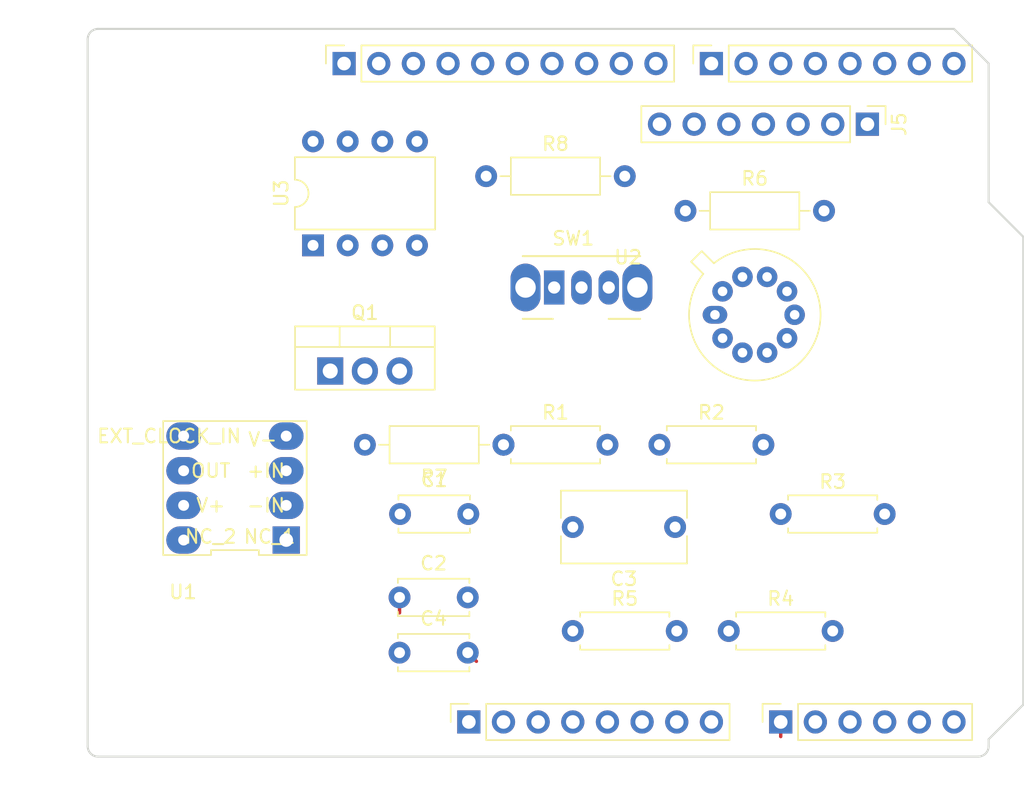
<source format=kicad_pcb>
(kicad_pcb (version 20221018) (generator pcbnew)
  (title_block (date "mar. 31 mars 2015"))
  (layers (0 "F.Cu" signal) (31 "B.Cu" signal) (34 "B.Paste" user) (35 "F.Paste" user) (36 "B.SilkS" user "B.Silkscreen") (37 "F.SilkS" user "F.Silkscreen") (38 "B.Mask" user) (39 "F.Mask" user) (44 "Edge.Cuts" user))
  (net 0 "")
  (net 1 "GND")
  (net 3 "+5V")
  (net 4 "/IOREF")
  (net 5 "IN+")
  (net 6 "Net-(U1-OUT)")
  (net 7 "/A2")
  (net 8 "/A3")
  (net 9 "/SDA{slash}A4")
  (net 10 "/SCL{slash}A5")
  (net 11 "R_potentiometer ")
  (net 12 "/12")
  (net 13 "/AREF")
  (net 14 "/8")
  (net 15 "/7")
  (net 16 "ADC1")
  (net 17 "SCK")
  (net 18 "/*9")
  (net 19 "MOSI")
  (net 20 "CS")
  (net 21 "ADC2")
  (net 22 "RX")
  (net 23 "/TX{slash}1")
  (net 24 "/*3")
  (net 25 "/RX{slash}0")
  (net 26 "+3V3")
  (net 27 "VCC")
  (net 28 "/~{RESET}")
  (net 29 "TX")
  (net 30 "RST")
  (net 31 "SW_CTL")
  (net 32 "+3.3V")
  (net 35 "Net-(Q1-G)")
  (net 36 "SW_12V")
  (net 37 "+12V")
  (net 38 "SW_1")
  (net 39 "Isens")
  (net 40 "SW_2")
  (footprint "Connector_PinSocket_2.54mm:PinSocket_1x08_P2.54mm_Vertical" (layer "F.Cu") (at 127.94 97.46 90)
    (fp_text reference "J1" hide)
    (fp_text value "Power")
    (fp_line (start -1.33 1.27) (end -1.33 19.11) (stroke (width 0.12)) (layer "F.SilkS"))
    (fp_line (start -1.33 1.27) (end 1.33 1.27) (stroke (width 0.12)) (layer "F.SilkS"))
    (fp_line (start -1.33 19.11) (end 1.33 19.11) (stroke (width 0.12)) (layer "F.SilkS"))
    (fp_line (start 0 -1.33) (end 1.33 -1.33) (stroke (width 0.12)) (layer "F.SilkS"))
    (fp_line (start 1.33 -1.33) (end 1.33 0) (stroke (width 0.12)) (layer "F.SilkS"))
    (fp_line (start 1.33 1.27) (end 1.33 19.11) (stroke (width 0.12)) (layer "F.SilkS"))
    (pad "1" thru_hole rect locked (at 0 0 90) (size 1.7 1.7) (drill 1) (layers "*.Cu" "*.Mask"))
    (pad "2" thru_hole oval locked (at 0 2.54 90) (size 1.7 1.7) (drill 1) (layers "*.Cu" "*.Mask") (net 4 "/IOREF"))
    (pad "3" thru_hole oval locked (at 0 5.08 90) (size 1.7 1.7) (drill 1) (layers "*.Cu" "*.Mask") (net 28 "/~{RESET}"))
    (pad "4" thru_hole oval locked (at 0 7.62 90) (size 1.7 1.7) (drill 1) (layers "*.Cu" "*.Mask") (net 26 "+3V3"))
    (pad "5" thru_hole oval locked (at 0 10.16 90) (size 1.7 1.7) (drill 1) (layers "*.Cu" "*.Mask") (net 3 "+5V"))
    (pad "6" thru_hole oval locked (at 0 12.7 90) (size 1.7 1.7) (drill 1) (layers "*.Cu" "*.Mask") (net 1 "GND"))
    (pad "7" thru_hole oval locked (at 0 15.24 90) (size 1.7 1.7) (drill 1) (layers "*.Cu" "*.Mask") (net 1 "GND"))
    (pad "8" thru_hole oval locked (at 0 17.78 90) (size 1.7 1.7) (drill 1) (layers "*.Cu" "*.Mask") (net 27 "VCC"))
  )
  (footprint "Connector_PinSocket_2.54mm:PinSocket_1x06_P2.54mm_Vertical" (layer "F.Cu") (at 150.8 97.46 90)
    (fp_text reference "J3" hide)
    (fp_text value "Analog")
    (fp_line (start -1.33 1.27) (end -1.33 14.03) (stroke (width 0.12)) (layer "F.SilkS"))
    (fp_line (start -1.33 1.27) (end 1.33 1.27) (stroke (width 0.12)) (layer "F.SilkS"))
    (fp_line (start -1.33 14.03) (end 1.33 14.03) (stroke (width 0.12)) (layer "F.SilkS"))
    (fp_line (start 0 -1.33) (end 1.33 -1.33) (stroke (width 0.12)) (layer "F.SilkS"))
    (fp_line (start 1.33 -1.33) (end 1.33 0) (stroke (width 0.12)) (layer "F.SilkS"))
    (fp_line (start 1.33 1.27) (end 1.33 14.03) (stroke (width 0.12)) (layer "F.SilkS"))
    (pad "1" thru_hole rect locked (at 0 0 90) (size 1.7 1.7) (drill 1) (layers "*.Cu" "*.Mask") (net 16 "ADC1"))
    (pad "2" thru_hole oval locked (at 0 2.54 90) (size 1.7 1.7) (drill 1) (layers "*.Cu" "*.Mask") (net 21 "ADC2"))
    (pad "3" thru_hole oval locked (at 0 5.08 90) (size 1.7 1.7) (drill 1) (layers "*.Cu" "*.Mask") (net 7 "/A2"))
    (pad "4" thru_hole oval locked (at 0 7.62 90) (size 1.7 1.7) (drill 1) (layers "*.Cu" "*.Mask") (net 8 "/A3"))
    (pad "5" thru_hole oval locked (at 0 10.16 90) (size 1.7 1.7) (drill 1) (layers "*.Cu" "*.Mask") (net 9 "/SDA{slash}A4"))
    (pad "6" thru_hole oval locked (at 0 12.7 90) (size 1.7 1.7) (drill 1) (layers "*.Cu" "*.Mask") (net 10 "/SCL{slash}A5"))
  )
  (footprint "Connector_PinSocket_2.54mm:PinSocket_1x10_P2.54mm_Vertical" (layer "F.Cu") (at 118.796 49.2 90)
    (fp_text reference "J2" hide)
    (fp_text value "Digital/PWM")
    (fp_line (start -1.33 1.27) (end -1.33 24.19) (stroke (width 0.12)) (layer "F.SilkS"))
    (fp_line (start -1.33 1.27) (end 1.33 1.27) (stroke (width 0.12)) (layer "F.SilkS"))
    (fp_line (start -1.33 24.19) (end 1.33 24.19) (stroke (width 0.12)) (layer "F.SilkS"))
    (fp_line (start 0 -1.33) (end 1.33 -1.33) (stroke (width 0.12)) (layer "F.SilkS"))
    (fp_line (start 1.33 -1.33) (end 1.33 0) (stroke (width 0.12)) (layer "F.SilkS"))
    (fp_line (start 1.33 1.27) (end 1.33 24.19) (stroke (width 0.12)) (layer "F.SilkS"))
    (pad "1" thru_hole rect locked (at 0 0 90) (size 1.7 1.7) (drill 1) (layers "*.Cu" "*.Mask") (net 10 "/SCL{slash}A5"))
    (pad "2" thru_hole oval locked (at 0 2.54 90) (size 1.7 1.7) (drill 1) (layers "*.Cu" "*.Mask") (net 9 "/SDA{slash}A4"))
    (pad "3" thru_hole oval locked (at 0 5.08 90) (size 1.7 1.7) (drill 1) (layers "*.Cu" "*.Mask") (net 13 "/AREF"))
    (pad "4" thru_hole oval locked (at 0 7.62 90) (size 1.7 1.7) (drill 1) (layers "*.Cu" "*.Mask") (net 1 "GND"))
    (pad "5" thru_hole oval locked (at 0 10.16 90) (size 1.7 1.7) (drill 1) (layers "*.Cu" "*.Mask") (net 17 "SCK"))
    (pad "6" thru_hole oval locked (at 0 12.7 90) (size 1.7 1.7) (drill 1) (layers "*.Cu" "*.Mask") (net 12 "/12"))
    (pad "7" thru_hole oval locked (at 0 15.24 90) (size 1.7 1.7) (drill 1) (layers "*.Cu" "*.Mask") (net 19 "MOSI"))
    (pad "8" thru_hole oval locked (at 0 17.78 90) (size 1.7 1.7) (drill 1) (layers "*.Cu" "*.Mask") (net 20 "CS"))
    (pad "9" thru_hole oval locked (at 0 20.32 90) (size 1.7 1.7) (drill 1) (layers "*.Cu" "*.Mask") (net 18 "/*9"))
    (pad "10" thru_hole oval locked (at 0 22.86 90) (size 1.7 1.7) (drill 1) (layers "*.Cu" "*.Mask") (net 14 "/8"))
  )
  (footprint "Connector_PinSocket_2.54mm:PinSocket_1x08_P2.54mm_Vertical" (layer "F.Cu") (at 145.72 49.2 90)
    (fp_text reference "J4" hide)
    (fp_text value "Digital/PWM")
    (fp_line (start -1.33 1.27) (end -1.33 19.11) (stroke (width 0.12)) (layer "F.SilkS"))
    (fp_line (start -1.33 1.27) (end 1.33 1.27) (stroke (width 0.12)) (layer "F.SilkS"))
    (fp_line (start -1.33 19.11) (end 1.33 19.11) (stroke (width 0.12)) (layer "F.SilkS"))
    (fp_line (start 0 -1.33) (end 1.33 -1.33) (stroke (width 0.12)) (layer "F.SilkS"))
    (fp_line (start 1.33 -1.33) (end 1.33 0) (stroke (width 0.12)) (layer "F.SilkS"))
    (fp_line (start 1.33 1.27) (end 1.33 19.11) (stroke (width 0.12)) (layer "F.SilkS"))
    (pad "1" thru_hole rect locked (at 0 0 90) (size 1.7 1.7) (drill 1) (layers "*.Cu" "*.Mask") (net 15 "/7"))
    (pad "2" thru_hole oval locked (at 0 2.54 90) (size 1.7 1.7) (drill 1) (layers "*.Cu" "*.Mask") (net 22 "RX"))
    (pad "3" thru_hole oval locked (at 0 5.08 90) (size 1.7 1.7) (drill 1) (layers "*.Cu" "*.Mask") (net 29 "TX"))
    (pad "4" thru_hole oval locked (at 0 7.62 90) (size 1.7 1.7) (drill 1) (layers "*.Cu" "*.Mask") (net 30 "RST"))
    (pad "5" thru_hole oval locked (at 0 10.16 90) (size 1.7 1.7) (drill 1) (layers "*.Cu" "*.Mask") (net 24 "/*3"))
    (pad "6" thru_hole oval locked (at 0 12.7 90) (size 1.7 1.7) (drill 1) (layers "*.Cu" "*.Mask") (net 31 "SW_CTL"))
    (pad "7" thru_hole oval locked (at 0 15.24 90) (size 1.7 1.7) (drill 1) (layers "*.Cu" "*.Mask") (net 23 "/TX{slash}1"))
    (pad "8" thru_hole oval locked (at 0 17.78 90) (size 1.7 1.7) (drill 1) (layers "*.Cu" "*.Mask") (net 25 "/RX{slash}0"))
  )
  (footprint "Kicad_capteur:LTC1050" (layer "F.Cu") (at 110.795 80.315 90)
    (fp_text reference "U1" (at -7.62 -3.81) (layer "F.SilkS"))
    (fp_text value "LTC1050")
    (fp_text user "NC_1" (at -3.556 2.54) (layer "F.SilkS"))
    (fp_text user "+IN" (at 1.27 2.286) (layer "F.SilkS"))
    (fp_text user "-IN" (at -1.27 2.286) (layer "F.SilkS"))
    (fp_text user "NC_2" (at -3.556 -1.778) (layer "F.SilkS"))
    (fp_text user "V-" (at 3.556 2.032) (layer "F.SilkS"))
    (fp_text user "OUT" (at 1.27 -1.778) (layer "F.SilkS"))
    (fp_text user "EXT_CLOCK_IN" (at 3.81 -4.826) (layer "F.SilkS"))
    (fp_text user "V+" (at -1.27 -1.778) (layer "F.SilkS"))
    (fp_line (start -4.91 -5.26) (end -4.91 -1.753333) (stroke (width 0.12)) (layer "F.SilkS"))
    (fp_line (start -4.91 -1.753333) (end -4.55 -1.753333) (stroke (width 0.12)) (layer "F.SilkS"))
    (fp_line (start -4.91 1.753333) (end -4.91 5.26) (stroke (width 0.12)) (layer "F.SilkS"))
    (fp_line (start -4.91 5.26) (end 4.91 5.26) (stroke (width 0.12)) (layer "F.SilkS"))
    (fp_line (start -4.55 -1.753333) (end -4.55 1.753333) (stroke (width 0.12)) (layer "F.SilkS"))
    (fp_line (start -4.55 1.753333) (end -4.91 1.753333) (stroke (width 0.12)) (layer "F.SilkS"))
    (fp_line (start 4.91 -5.26) (end -4.91 -5.26) (stroke (width 0.12)) (layer "F.SilkS"))
    (fp_line (start 4.91 5.26) (end 4.91 -5.26) (stroke (width 0.12)) (layer "F.SilkS"))
    (pad "1" thru_hole rect (at -3.81 3.76 90) (size 2 2) (drill 1) (layers "*.Cu" "*.Mask"))
    (pad "2" thru_hole oval (at -1.27 3.76 90) (size 2 2.54) (drill 0.8) (layers "*.Cu" "*.Mask") (net 11 "R_potentiometer "))
    (pad "3" thru_hole oval (at 1.27 3.76 90) (size 2 2.54) (drill 0.8) (layers "*.Cu" "*.Mask") (net 5 "IN+"))
    (pad "4" thru_hole oval (at 3.81 3.76 90) (size 2 2.54) (drill 0.8) (layers "*.Cu" "*.Mask") (net 1 "GND"))
    (pad "5" thru_hole oval (at 3.81 -3.76 90) (size 2 2.54) (drill 0.8) (layers "*.Cu" "*.Mask"))
    (pad "6" thru_hole oval (at 1.27 -3.76 90) (size 2 2.54) (drill 0.8) (layers "*.Cu" "*.Mask") (net 6 "Net-(U1-OUT)"))
    (pad "7" thru_hole oval (at -1.27 -3.76 90) (size 2 2.54) (drill 0.8) (layers "*.Cu" "*.Mask") (net 3 "+5V"))
    (pad "8" thru_hole oval (at -3.81 -3.76 90) (size 2 2.54) (drill 0.8) (layers "*.Cu" "*.Mask"))
  )
  (footprint "Kicad_capteur:FP_Capteur" (layer "F.Cu") (at 147.228125 68.483384)
    (fp_text reference "U2" (at -7.62 -5.08 unlocked) (layer "F.SilkS"))
    (fp_text value "Gas_sensor")
    (fp_line (start -2.993981 -4.756423) (end -2.103027 -3.865468) (stroke (width 0.12)) (layer "F.SilkS"))
    (fp_line (start -2.216164 -5.53424) (end -2.993981 -4.756423) (stroke (width 0.12)) (layer "F.SilkS"))
    (fp_line (start -1.325209 -4.643286) (end -2.216164 -5.53424) (stroke (width 0.12)) (layer "F.SilkS"))
    (fp_arc (start -1.325209 -4.643286) (mid 5.08 2.54) (end -2.102799 -3.865755) (stroke (width 0.12)) (layer "F.SilkS"))
    (pad "1" thru_hole oval (at -1.248125 -0.868384) (size 1.8 1.3) (drill 0.7) (layers "*.Cu" "*.Mask") (net 21 "ADC2"))
    (pad "2" thru_hole oval (at -0.690455 0.847949) (size 1.5 1.5) (drill 0.7) (layers "*.Cu" "*.Mask") (net 3 "+5V"))
    (pad "3" thru_hole oval (at 0.769545 1.908701) (size 1.5 1.5) (drill 0.7) (layers "*.Cu" "*.Mask") (net 36 "SW_12V"))
    (pad "4" thru_hole oval (at 2.574205 1.908701) (size 1.5 1.5) (drill 0.7) (layers "*.Cu" "*.Mask") (net 38 "SW_1"))
    (pad "5" thru_hole oval (at 4.034205 0.847949) (size 1.5 1.5) (drill 0.7) (layers "*.Cu" "*.Mask"))
    (pad "6" thru_hole oval (at 4.591875 -0.868384) (size 1.5 1.5) (drill 0.7) (layers "*.Cu" "*.Mask") (net 1 "GND"))
    (pad "7" thru_hole oval (at 4.034205 -2.584717) (size 1.5 1.5) (drill 0.7) (layers "*.Cu" "*.Mask") (net 3 "+5V"))
    (pad "8" thru_hole oval (at 2.574205 -3.645469) (size 1.5 1.5) (drill 0.7) (layers "*.Cu" "*.Mask") (net 1 "GND"))
    (pad "9" thru_hole oval (at 0.769545 -3.645469) (size 1.5 1.5) (drill 0.7) (layers "*.Cu" "*.Mask") (net 40 "SW_2"))
    (pad "10" thru_hole oval (at -0.690455 -2.584717) (size 1.5 1.5) (drill 0.7) (layers "*.Cu" "*.Mask"))
  )
  (footprint "Button_Switch_THT:SW_CuK_OS102011MA1QN1_SPDT_Angled" (layer "F.Cu") (at 134.195 65.615)
    (fp_text reference "SW1" (at 1.4 -3.6) (layer "F.SilkS"))
    (fp_text value "SW_SPDT")
    (fp_line (start -2.3 -2.3) (end 6.3 -2.3) (stroke (width 0.15)) (layer "F.SilkS"))
    (fp_line (start -2.3 2.3) (end -0.1 2.3) (stroke (width 0.15)) (layer "F.SilkS"))
    (fp_line (start 4 2.3) (end 6.3 2.3) (stroke (width 0.15)) (layer "F.SilkS"))
    (pad "" thru_hole oval (at -2.1 0) (size 2.2 3.5) (drill 1.5) (layers "*.Cu" "*.Mask"))
    (pad "" thru_hole oval (at 6.1 0) (size 2.2 3.5) (drill 1.5) (layers "*.Cu" "*.Mask"))
    (pad "1" thru_hole rect (at 0 0) (size 1.5 2.5) (drill 0.9) (layers "*.Cu" "*.Mask") (net 38 "SW_1"))
    (pad "2" thru_hole oval (at 2 0) (size 1.5 2.5) (drill 0.9) (layers "*.Cu" "*.Mask") (net 39 "Isens"))
    (pad "3" thru_hole oval (at 4 0) (size 1.5 2.5) (drill 0.9) (layers "*.Cu" "*.Mask") (net 40 "SW_2"))
  )
  (footprint "Connector_PinHeader_2.54mm:PinHeader_1x07_P2.54mm_Vertical" (layer "F.Cu") (at 157.155 53.645 -90)
    (fp_text reference "J5" (at 0 -2.33 90) (layer "F.SilkS"))
    (fp_text value "LORA_STACK")
    (fp_line (start -1.33 -1.33) (end 0 -1.33) (stroke (width 0.12)) (layer "F.SilkS"))
    (fp_line (start -1.33 0) (end -1.33 -1.33) (stroke (width 0.12)) (layer "F.SilkS"))
    (fp_line (start -1.33 1.27) (end -1.33 16.57) (stroke (width 0.12)) (layer "F.SilkS"))
    (fp_line (start -1.33 1.27) (end 1.33 1.27) (stroke (width 0.12)) (layer "F.SilkS"))
    (fp_line (start -1.33 16.57) (end 1.33 16.57) (stroke (width 0.12)) (layer "F.SilkS"))
    (fp_line (start 1.33 1.27) (end 1.33 16.57) (stroke (width 0.12)) (layer "F.SilkS"))
    (pad "1" thru_hole rect (at 0 0 270) (size 1.7 1.7) (drill 1) (layers "*.Cu" "*.Mask") (net 30 "RST"))
    (pad "2" thru_hole oval (at 0 2.54 270) (size 1.7 1.7) (drill 1) (layers "*.Cu" "*.Mask") (net 29 "TX"))
    (pad "3" thru_hole oval (at 0 5.08 270) (size 1.7 1.7) (drill 1) (layers "*.Cu" "*.Mask") (net 22 "RX"))
    (pad "4" thru_hole oval (at 0 7.62 270) (size 1.7 1.7) (drill 1) (layers "*.Cu" "*.Mask") (net 32 "+3.3V"))
    (pad "5" thru_hole oval (at 0 10.16 270) (size 1.7 1.7) (drill 1) (layers "*.Cu" "*.Mask"))
    (pad "6" thru_hole oval (at 0 12.7 270) (size 1.7 1.7) (drill 1) (layers "*.Cu" "*.Mask") (net 1 "GND"))
    (pad "7" thru_hole oval (at 0 15.24 270) (size 1.7 1.7) (drill 1) (layers "*.Cu" "*.Mask"))
  )
  (footprint "Resistor_THT:R_Axial_DIN0207_L6.3mm_D2.5mm_P7.62mm_Horizontal" (layer "F.Cu") (at 150.8 82.22)
    (fp_text reference "R3" (at 3.81 -2.37) (layer "F.SilkS"))
    (fp_text value "100k")
    (fp_line (start 0.54 -1.37) (end 7.08 -1.37) (stroke (width 0.12)) (layer "F.SilkS"))
    (fp_line (start 0.54 -1.04) (end 0.54 -1.37) (stroke (width 0.12)) (layer "F.SilkS"))
    (fp_line (start 0.54 1.04) (end 0.54 1.37) (stroke (width 0.12)) (layer "F.SilkS"))
    (fp_line (start 0.54 1.37) (end 7.08 1.37) (stroke (width 0.12)) (layer "F.SilkS"))
    (fp_line (start 7.08 -1.37) (end 7.08 -1.04) (stroke (width 0.12)) (layer "F.SilkS"))
    (fp_line (start 7.08 1.37) (end 7.08 1.04) (stroke (width 0.12)) (layer "F.SilkS"))
    (pad "1" thru_hole circle (at 0 0) (size 1.6 1.6) (drill 0.8) (layers "*.Cu" "*.Mask") (net 6 "Net-(U1-OUT)"))
    (pad "2" thru_hole oval (at 7.62 0) (size 1.6 1.6) (drill 0.8) (layers "*.Cu" "*.Mask") (net 11 "R_potentiometer "))
  )
  (footprint "Resistor_THT:R_Axial_DIN0207_L6.3mm_D2.5mm_P10.16mm_Horizontal" (layer "F.Cu") (at 129.21 57.455)
    (fp_text reference "R8" (at 5.08 -2.37) (layer "F.SilkS"))
    (fp_text value "10k")
    (fp_line (start 1.04 0) (end 1.81 0) (stroke (width 0.12)) (layer "F.SilkS"))
    (fp_line (start 1.81 -1.37) (end 1.81 1.37) (stroke (width 0.12)) (layer "F.SilkS"))
    (fp_line (start 1.81 1.37) (end 8.35 1.37) (stroke (width 0.12)) (layer "F.SilkS"))
    (fp_line (start 8.35 -1.37) (end 1.81 -1.37) (stroke (width 0.12)) (layer "F.SilkS"))
    (fp_line (start 8.35 1.37) (end 8.35 -1.37) (stroke (width 0.12)) (layer "F.SilkS"))
    (fp_line (start 9.12 0) (end 8.35 0) (stroke (width 0.12)) (layer "F.SilkS"))
    (pad "1" thru_hole circle (at 0 0) (size 1.6 1.6) (drill 0.8) (layers "*.Cu" "*.Mask") (net 37 "+12V"))
    (pad "2" thru_hole oval (at 10.16 0) (size 1.6 1.6) (drill 0.8) (layers "*.Cu" "*.Mask") (net 36 "SW_12V"))
  )
  (footprint "Resistor_THT:R_Axial_DIN0207_L6.3mm_D2.5mm_P7.62mm_Horizontal" (layer "F.Cu") (at 135.56 90.7925)
    (fp_text reference "R5" (at 3.81 -2.37) (layer "F.SilkS"))
    (fp_text value "1k")
    (fp_line (start 0.54 -1.37) (end 7.08 -1.37) (stroke (width 0.12)) (layer "F.SilkS"))
    (fp_line (start 0.54 -1.04) (end 0.54 -1.37) (stroke (width 0.12)) (layer "F.SilkS"))
    (fp_line (start 0.54 1.04) (end 0.54 1.37) (stroke (width 0.12)) (layer "F.SilkS"))
    (fp_line (start 0.54 1.37) (end 7.08 1.37) (stroke (width 0.12)) (layer "F.SilkS"))
    (fp_line (start 7.08 -1.37) (end 7.08 -1.04) (stroke (width 0.12)) (layer "F.SilkS"))
    (fp_line (start 7.08 1.37) (end 7.08 1.04) (stroke (width 0.12)) (layer "F.SilkS"))
    (pad "1" thru_hole circle (at 0 0) (size 1.6 1.6) (drill 0.8) (layers "*.Cu" "*.Mask") (net 11 "R_potentiometer "))
    (pad "2" thru_hole oval (at 7.62 0) (size 1.6 1.6) (drill 0.8) (layers "*.Cu" "*.Mask") (net 1 "GND"))
  )
  (footprint "Capacitor_THT:C_Disc_D5.0mm_W2.5mm_P5.00mm" (layer "F.Cu") (at 122.86 92.38)
    (fp_text reference "C4" (at 2.5 -2.5) (layer "F.SilkS"))
    (fp_text value "100n")
    (fp_line (start -0.12 -1.37) (end -0.12 -1.055) (stroke (width 0.12)) (layer "F.SilkS"))
    (fp_line (start -0.12 -1.37) (end 5.12 -1.37) (stroke (width 0.12)) (layer "F.SilkS"))
    (fp_line (start -0.12 1.055) (end -0.12 1.37) (stroke (width 0.12)) (layer "F.SilkS"))
    (fp_line (start -0.12 1.37) (end 5.12 1.37) (stroke (width 0.12)) (layer "F.SilkS"))
    (fp_line (start 5.12 -1.37) (end 5.12 -1.055) (stroke (width 0.12)) (layer "F.SilkS"))
    (fp_line (start 5.12 1.055) (end 5.12 1.37) (stroke (width 0.12)) (layer "F.SilkS"))
    (pad "1" thru_hole circle (at 0 0) (size 1.6 1.6) (drill 0.8) (layers "*.Cu" "*.Mask") (net 16 "ADC1"))
    (pad "2" thru_hole circle (at 5 0) (size 1.6 1.6) (drill 0.8) (layers "*.Cu" "*.Mask") (net 1 "GND"))
  )
  (footprint "Resistor_THT:R_Axial_DIN0207_L6.3mm_D2.5mm_P7.62mm_Horizontal" (layer "F.Cu") (at 141.91 77.14)
    (fp_text reference "R2" (at 3.81 -2.37) (layer "F.SilkS"))
    (fp_text value "100k")
    (fp_line (start 0.54 -1.37) (end 7.08 -1.37) (stroke (width 0.12)) (layer "F.SilkS"))
    (fp_line (start 0.54 -1.04) (end 0.54 -1.37) (stroke (width 0.12)) (layer "F.SilkS"))
    (fp_line (start 0.54 1.04) (end 0.54 1.37) (stroke (width 0.12)) (layer "F.SilkS"))
    (fp_line (start 0.54 1.37) (end 7.08 1.37) (stroke (width 0.12)) (layer "F.SilkS"))
    (fp_line (start 7.08 -1.37) (end 7.08 -1.04) (stroke (width 0.12)) (layer "F.SilkS"))
    (fp_line (start 7.08 1.37) (end 7.08 1.04) (stroke (width 0.12)) (layer "F.SilkS"))
    (pad "1" thru_hole circle (at 0 0) (size 1.6 1.6) (drill 0.8) (layers "*.Cu" "*.Mask") (net 5 "IN+"))
    (pad "2" thru_hole oval (at 7.62 0) (size 1.6 1.6) (drill 0.8) (layers "*.Cu" "*.Mask") (net 1 "GND"))
  )
  (footprint "Capacitor_THT:C_Disc_D5.0mm_W2.5mm_P5.00mm" (layer "F.Cu") (at 122.9 82.22)
    (fp_text reference "C1" (at 2.5 -2.5) (layer "F.SilkS"))
    (fp_text value "100n")
    (fp_line (start -0.12 -1.37) (end -0.12 -1.055) (stroke (width 0.12)) (layer "F.SilkS"))
    (fp_line (start -0.12 -1.37) (end 5.12 -1.37) (stroke (width 0.12)) (layer "F.SilkS"))
    (fp_line (start -0.12 1.055) (end -0.12 1.37) (stroke (width 0.12)) (layer "F.SilkS"))
    (fp_line (start -0.12 1.37) (end 5.12 1.37) (stroke (width 0.12)) (layer "F.SilkS"))
    (fp_line (start 5.12 -1.37) (end 5.12 -1.055) (stroke (width 0.12)) (layer "F.SilkS"))
    (fp_line (start 5.12 1.055) (end 5.12 1.37) (stroke (width 0.12)) (layer "F.SilkS"))
    (pad "1" thru_hole circle (at 0 0) (size 1.6 1.6) (drill 0.8) (layers "*.Cu" "*.Mask") (net 5 "IN+"))
    (pad "2" thru_hole circle (at 5 0) (size 1.6 1.6) (drill 0.8) (layers "*.Cu" "*.Mask") (net 1 "GND"))
  )
  (footprint "Arduino_MountingHole:MountingHole_3.2mm" (layer "F.Cu") (at 115.24 49.2)
    (fp_text reference "MH1" hide)
    (fp_text value "MountingHole_3.2mm" hide)
    (pad "" np_thru_hole circle locked (at 0 0) (size 3.2 3.2) (drill 3.2) (layers "*.Cu" "*.Mask"))
  )
  (footprint "Resistor_THT:R_Axial_DIN0207_L6.3mm_D2.5mm_P10.16mm_Horizontal" (layer "F.Cu") (at 130.48 77.14 180)
    (fp_text reference "R7" (at 5.08 -2.37) (layer "F.SilkS"))
    (fp_text value "1k")
    (fp_line (start 1.04 0) (end 1.81 0) (stroke (width 0.12)) (layer "F.SilkS"))
    (fp_line (start 1.81 -1.37) (end 1.81 1.37) (stroke (width 0.12)) (layer "F.SilkS"))
    (fp_line (start 1.81 1.37) (end 8.35 1.37) (stroke (width 0.12)) (layer "F.SilkS"))
    (fp_line (start 8.35 -1.37) (end 1.81 -1.37) (stroke (width 0.12)) (layer "F.SilkS"))
    (fp_line (start 8.35 1.37) (end 8.35 -1.37) (stroke (width 0.12)) (layer "F.SilkS"))
    (fp_line (start 9.12 0) (end 8.35 0) (stroke (width 0.12)) (layer "F.SilkS"))
    (pad "1" thru_hole circle (at 0 0 180) (size 1.6 1.6) (drill 0.8) (layers "*.Cu" "*.Mask") (net 31 "SW_CTL"))
    (pad "2" thru_hole oval (at 10.16 0 180) (size 1.6 1.6) (drill 0.8) (layers "*.Cu" "*.Mask") (net 35 "Net-(Q1-G)"))
  )
  (footprint "Package_TO_SOT_THT:TO-220-3_Vertical" (layer "F.Cu") (at 117.78 71.735)
    (fp_text reference "Q1" (at 2.54 -4.27) (layer "F.SilkS"))
    (fp_text value "IRF520")
    (fp_line (start -2.58 -3.27) (end -2.58 1.371) (stroke (width 0.12)) (layer "F.SilkS"))
    (fp_line (start -2.58 -3.27) (end 7.66 -3.27) (stroke (width 0.12)) (layer "F.SilkS"))
    (fp_line (start -2.58 -1.76) (end 7.66 -1.76) (stroke (width 0.12)) (layer "F.SilkS"))
    (fp_line (start -2.58 1.371) (end 7.66 1.371) (stroke (width 0.12)) (layer "F.SilkS"))
    (fp_line (start 0.69 -3.27) (end 0.69 -1.76) (stroke (width 0.12)) (layer "F.SilkS"))
    (fp_line (start 4.391 -3.27) (end 4.391 -1.76) (stroke (width 0.12)) (layer "F.SilkS"))
    (fp_line (start 7.66 -3.27) (end 7.66 1.371) (stroke (width 0.12)) (layer "F.SilkS"))
    (pad "1" thru_hole rect (at 0 0) (size 1.905 2) (drill 1.1) (layers "*.Cu" "*.Mask") (net 35 "Net-(Q1-G)"))
    (pad "2" thru_hole oval (at 2.54 0) (size 1.905 2) (drill 1.1) (layers "*.Cu" "*.Mask") (net 36 "SW_12V"))
    (pad "3" thru_hole oval (at 5.08 0) (size 1.905 2) (drill 1.1) (layers "*.Cu" "*.Mask") (net 1 "GND"))
  )
  (footprint "Package_DIP:DIP-8_W7.62mm" (layer "F.Cu") (at 116.52 62.525 90)
    (fp_text reference "U3" (at 3.81 -2.33 90) (layer "F.SilkS"))
    (fp_text value "MCP41100")
    (fp_line (start 1.16 -1.33) (end 1.16 8.95) (stroke (width 0.12)) (layer "F.SilkS"))
    (fp_line (start 1.16 8.95) (end 6.46 8.95) (stroke (width 0.12)) (layer "F.SilkS"))
    (fp_line (start 2.81 -1.33) (end 1.16 -1.33) (stroke (width 0.12)) (layer "F.SilkS"))
    (fp_line (start 6.46 -1.33) (end 4.81 -1.33) (stroke (width 0.12)) (layer "F.SilkS"))
    (fp_line (start 6.46 8.95) (end 6.46 -1.33) (stroke (width 0.12)) (layer "F.SilkS"))
    (fp_arc (start 4.81 -1.33) (mid 3.81 -0.33) (end 2.81 -1.33) (stroke (width 0.12)) (layer "F.SilkS"))
    (pad "1" thru_hole rect (at 0 0 90) (size 1.6 1.6) (drill 0.8) (layers "*.Cu" "*.Mask") (net 20 "CS"))
    (pad "2" thru_hole oval (at 0 2.54 90) (size 1.6 1.6) (drill 0.8) (layers "*.Cu" "*.Mask") (net 17 "SCK"))
    (pad "3" thru_hole oval (at 0 5.08 90) (size 1.6 1.6) (drill 0.8) (layers "*.Cu" "*.Mask") (net 19 "MOSI"))
    (pad "4" thru_hole oval (at 0 7.62 90) (size 1.6 1.6) (drill 0.8) (layers "*.Cu" "*.Mask") (net 1 "GND"))
    (pad "5" thru_hole oval (at 7.62 7.62 90) (size 1.6 1.6) (drill 0.8) (layers "*.Cu" "*.Mask") (net 11 "R_potentiometer "))
    (pad "6" thru_hole oval (at 7.62 5.08 90) (size 1.6 1.6) (drill 0.8) (layers "*.Cu" "*.Mask") (net 1 "GND"))
    (pad "7" thru_hole oval (at 7.62 2.54 90) (size 1.6 1.6) (drill 0.8) (layers "*.Cu" "*.Mask") (net 1 "GND"))
    (pad "8" thru_hole oval (at 7.62 0 90) (size 1.6 1.6) (drill 0.8) (layers "*.Cu" "*.Mask") (net 3 "+5V"))
  )
  (footprint "Resistor_THT:R_Axial_DIN0207_L6.3mm_D2.5mm_P7.62mm_Horizontal" (layer "F.Cu") (at 146.99 90.7925)
    (fp_text reference "R4" (at 3.81 -2.37) (layer "F.SilkS"))
    (fp_text value "1k")
    (fp_line (start 0.54 -1.37) (end 7.08 -1.37) (stroke (width 0.12)) (layer "F.SilkS"))
    (fp_line (start 0.54 -1.04) (end 0.54 -1.37) (stroke (width 0.12)) (layer "F.SilkS"))
    (fp_line (start 0.54 1.04) (end 0.54 1.37) (stroke (width 0.12)) (layer "F.SilkS"))
    (fp_line (start 0.54 1.37) (end 7.08 1.37) (stroke (width 0.12)) (layer "F.SilkS"))
    (fp_line (start 7.08 -1.37) (end 7.08 -1.04) (stroke (width 0.12)) (layer "F.SilkS"))
    (fp_line (start 7.08 1.37) (end 7.08 1.04) (stroke (width 0.12)) (layer "F.SilkS"))
    (pad "1" thru_hole circle (at 0 0) (size 1.6 1.6) (drill 0.8) (layers "*.Cu" "*.Mask") (net 6 "Net-(U1-OUT)"))
    (pad "2" thru_hole oval (at 7.62 0) (size 1.6 1.6) (drill 0.8) (layers "*.Cu" "*.Mask") (net 16 "ADC1"))
  )
  (footprint "Capacitor_THT:C_Rect_L9.0mm_W5.1mm_P7.50mm_MKT" (layer "F.Cu") (at 143.06 83.1725 180)
    (fp_text reference "C3" (at 3.75 -3.8) (layer "F.SilkS"))
    (fp_text value "1u")
    (fp_line (start -0.87 -2.67) (end -0.87 -0.665) (stroke (width 0.12)) (layer "F.SilkS"))
    (fp_line (start -0.87 -2.67) (end 8.37 -2.67) (stroke (width 0.12)) (layer "F.SilkS"))
    (fp_line (start -0.87 0.665) (end -0.87 2.67) (stroke (width 0.12)) (layer "F.SilkS"))
    (fp_line (start -0.87 2.67) (end 8.37 2.67) (stroke (width 0.12)) (layer "F.SilkS"))
    (fp_line (start 8.37 -2.67) (end 8.37 -0.665) (stroke (width 0.12)) (layer "F.SilkS"))
    (fp_line (start 8.37 0.665) (end 8.37 2.67) (stroke (width 0.12)) (layer "F.SilkS"))
    (pad "1" thru_hole circle (at 0 0 180) (size 1.6 1.6) (drill 0.8) (layers "*.Cu" "*.Mask") (net 6 "Net-(U1-OUT)"))
    (pad "2" thru_hole circle (at 7.5 0 180) (size 1.6 1.6) (drill 0.8) (layers "*.Cu" "*.Mask") (net 11 "R_potentiometer "))
  )
  (footprint "Capacitor_THT:C_Disc_D5.0mm_W2.5mm_P5.00mm" (layer "F.Cu") (at 122.86 88.33)
    (fp_text reference "C2" (at 2.5 -2.5) (layer "F.SilkS"))
    (fp_text value "100n")
    (fp_line (start -0.12 -1.37) (end -0.12 -1.055) (stroke (width 0.12)) (layer "F.SilkS"))
    (fp_line (start -0.12 -1.37) (end 5.12 -1.37) (stroke (width 0.12)) (layer "F.SilkS"))
    (fp_line (start -0.12 1.055) (end -0.12 1.37) (stroke (width 0.12)) (layer "F.SilkS"))
    (fp_line (start -0.12 1.37) (end 5.12 1.37) (stroke (width 0.12)) (layer "F.SilkS"))
    (fp_line (start 5.12 -1.37) (end 5.12 -1.055) (stroke (width 0.12)) (layer "F.SilkS"))
    (fp_line (start 5.12 1.055) (end 5.12 1.37) (stroke (width 0.12)) (layer "F.SilkS"))
    (pad "1" thru_hole circle (at 0 0) (size 1.6 1.6) (drill 0.8) (layers "*.Cu" "*.Mask") (net 3 "+5V"))
    (pad "2" thru_hole circle (at 5 0) (size 1.6 1.6) (drill 0.8) (layers "*.Cu" "*.Mask") (net 1 "GND"))
  )
  (footprint "Arduino_MountingHole:MountingHole_3.2mm" (layer "F.Cu") (at 113.97 97.46)
    (fp_text reference "MH2" hide)
    (fp_text value "MountingHole_3.2mm" hide)
    (pad "" np_thru_hole circle locked (at 0 0) (size 3.2 3.2) (drill 3.2) (layers "*.Cu" "*.Mask"))
  )
  (footprint "Resistor_THT:R_Axial_DIN0207_L6.3mm_D2.5mm_P10.16mm_Horizontal" (layer "F.Cu") (at 143.815 59.995)
    (fp_text reference "R6" (at 5.08 -2.37) (layer "F.SilkS"))
    (fp_text value "100")
    (fp_line (start 1.04 0) (end 1.81 0) (stroke (width 0.12)) (layer "F.SilkS"))
    (fp_line (start 1.81 -1.37) (end 1.81 1.37) (stroke (width 0.12)) (layer "F.SilkS"))
    (fp_line (start 1.81 1.37) (end 8.35 1.37) (stroke (width 0.12)) (layer "F.SilkS"))
    (fp_line (start 8.35 -1.37) (end 1.81 -1.37) (stroke (width 0.12)) (layer "F.SilkS"))
    (fp_line (start 8.35 1.37) (end 8.35 -1.37) (stroke (width 0.12)) (layer "F.SilkS"))
    (fp_line (start 9.12 0) (end 8.35 0) (stroke (width 0.12)) (layer "F.SilkS"))
    (pad "1" thru_hole circle (at 0 0) (size 1.6 1.6) (drill 0.8) (layers "*.Cu" "*.Mask") (net 21 "ADC2"))
    (pad "2" thru_hole oval (at 10.16 0) (size 1.6 1.6) (drill 0.8) (layers "*.Cu" "*.Mask") (net 3 "+5V"))
  )
  (footprint "Resistor_THT:R_Axial_DIN0207_L6.3mm_D2.5mm_P7.62mm_Horizontal" (layer "F.Cu") (at 130.48 77.14)
    (fp_text reference "R1" (at 3.81 -2.37) (layer "F.SilkS"))
    (fp_text value "10k")
    (fp_line (start 0.54 -1.37) (end 7.08 -1.37) (stroke (width 0.12)) (layer "F.SilkS"))
    (fp_line (start 0.54 -1.04) (end 0.54 -1.37) (stroke (width 0.12)) (layer "F.SilkS"))
    (fp_line (start 0.54 1.04) (end 0.54 1.37) (stroke (width 0.12)) (layer "F.SilkS"))
    (fp_line (start 0.54 1.37) (end 7.08 1.37) (stroke (width 0.12)) (layer "F.SilkS"))
    (fp_line (start 7.08 -1.37) (end 7.08 -1.04) (stroke (width 0.12)) (layer "F.SilkS"))
    (fp_line (start 7.08 1.37) (end 7.08 1.04) (stroke (width 0.12)) (layer "F.SilkS"))
    (pad "1" thru_hole circle (at 0 0) (size 1.6 1.6) (drill 0.8) (layers "*.Cu" "*.Mask") (net 39 "Isens"))
    (pad "2" thru_hole oval (at 7.62 0) (size 1.6 1.6) (drill 0.8) (layers "*.Cu" "*.Mask") (net 5 "IN+"))
  )
  (footprint "Arduino_MountingHole:MountingHole_3.2mm" (layer "F.Cu") (at 166.04 64.44)
    (fp_text reference "MH3" hide)
    (fp_text value "MountingHole_3.2mm" hide)
    (pad "" np_thru_hole circle locked (at 0 0) (size 3.2 3.2) (drill 3.2) (layers "*.Cu" "*.Mask"))
  )
  (footprint "Arduino_MountingHole:MountingHole_3.2mm" (layer "F.Cu") (at 166.04 92.38)
    (fp_text reference "MH4" hide)
    (fp_text value "MountingHole_3.2mm" hide)
    (pad "" np_thru_hole circle locked (at 0 0) (size 3.2 3.2) (drill 3.2) (layers "*.Cu" "*.Mask"))
  )
  (gr_line (start 166.04 59.36) (end 168.58 61.9) (stroke (width 0.15)) (layer "Edge.Cuts"))
  (gr_line (start 100 99.238) (end 100 47.422) (stroke (width 0.15)) (layer "Edge.Cuts"))
  (gr_line (start 168.58 61.9) (end 168.58 96.19) (stroke (width 0.15)) (layer "Edge.Cuts"))
  (gr_line (start 165.278 100) (end 100.762 100) (stroke (width 0.15)) (layer "Edge.Cuts"))
  (gr_line (start 100.762 46.66) (end 163.5 46.66) (stroke (width 0.15)) (layer "Edge.Cuts"))
  (gr_arc (start 100.762 100) (mid 100.223185 99.776815) (end 100 99.238) (stroke (width 0.15)) (layer "Edge.Cuts"))
  (gr_line (start 168.58 96.19) (end 166.04 98.73) (stroke (width 0.15)) (layer "Edge.Cuts"))
  (gr_line (start 163.5 46.66) (end 166.04 49.2) (stroke (width 0.15)) (layer "Edge.Cuts"))
  (gr_arc (start 166.04 99.238) (mid 165.816815 99.776815) (end 165.278 100) (stroke (width 0.15)) (layer "Edge.Cuts"))
  (gr_line (start 166.04 49.2) (end 166.04 59.36) (stroke (width 0.15)) (layer "Edge.Cuts"))
  (gr_line (start 166.04 98.73) (end 166.04 99.238) (stroke (width 0.15)) (layer "Edge.Cuts"))
  (gr_arc (start 100 47.422) (mid 100.223185 46.883185) (end 100.762 46.66) (stroke (width 0.15)) (layer "Edge.Cuts"))
  (segment (start 127.86 92.38) (end 128.495 93.015) (width 0.25) (layer "F.Cu") (net 1))
  (segment (start 122.86 88.33) (end 122.86 89.46137) (width 0.25) (layer "F.Cu") (net 3))
  (segment (start 150.8 98.53) (end 150.8 97.46) (width 0.25) (layer "F.Cu") (net 16))
)
</source>
